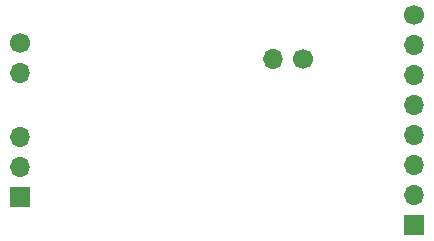
<source format=gbs>
G04 #@! TF.GenerationSoftware,KiCad,Pcbnew,8.0.4*
G04 #@! TF.CreationDate,2024-09-19T17:48:01+02:00*
G04 #@! TF.ProjectId,vibration-motor,76696272-6174-4696-9f6e-2d6d6f746f72,rev?*
G04 #@! TF.SameCoordinates,Original*
G04 #@! TF.FileFunction,Soldermask,Bot*
G04 #@! TF.FilePolarity,Negative*
%FSLAX46Y46*%
G04 Gerber Fmt 4.6, Leading zero omitted, Abs format (unit mm)*
G04 Created by KiCad (PCBNEW 8.0.4) date 2024-09-19 17:48:01*
%MOMM*%
%LPD*%
G01*
G04 APERTURE LIST*
%ADD10R,1.700000X1.700000*%
%ADD11O,1.700000X1.700000*%
%ADD12C,1.700000*%
G04 APERTURE END LIST*
D10*
X71800000Y-64380000D03*
D11*
X71800000Y-61840000D03*
X71800000Y-59300000D03*
D12*
X105150000Y-48975000D03*
D11*
X105150000Y-51515000D03*
X105150000Y-54055000D03*
X105150000Y-56595000D03*
X105150000Y-59135000D03*
X105150000Y-61675000D03*
X105150000Y-64215000D03*
D10*
X105150000Y-66755000D03*
D12*
X95740000Y-52650000D03*
D11*
X93200000Y-52650000D03*
D12*
X71800000Y-51310000D03*
D11*
X71800000Y-53850000D03*
M02*

</source>
